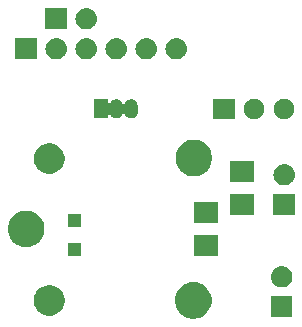
<source format=gbr>
G04 #@! TF.GenerationSoftware,KiCad,Pcbnew,(5.0.1)-rc2*
G04 #@! TF.CreationDate,2018-11-18T17:10:58-07:00*
G04 #@! TF.ProjectId,RPI_zeroW_shield,5250495F7A65726F575F736869656C64,rev?*
G04 #@! TF.SameCoordinates,Original*
G04 #@! TF.FileFunction,Soldermask,Bot*
G04 #@! TF.FilePolarity,Negative*
%FSLAX46Y46*%
G04 Gerber Fmt 4.6, Leading zero omitted, Abs format (unit mm)*
G04 Created by KiCad (PCBNEW (5.0.1)-rc2) date 11/18/2018 5:10:58 PM*
%MOMM*%
%LPD*%
G01*
G04 APERTURE LIST*
%ADD10C,0.100000*%
G04 APERTURE END LIST*
D10*
G36*
X133882527Y-78198736D02*
X133982410Y-78218604D01*
X134264674Y-78335521D01*
X134518705Y-78505259D01*
X134734741Y-78721295D01*
X134904479Y-78975326D01*
X135021396Y-79257590D01*
X135081000Y-79557240D01*
X135081000Y-79862760D01*
X135021396Y-80162410D01*
X134904479Y-80444674D01*
X134734741Y-80698705D01*
X134518705Y-80914741D01*
X134264674Y-81084479D01*
X133982410Y-81201396D01*
X133882527Y-81221264D01*
X133682762Y-81261000D01*
X133377238Y-81261000D01*
X133177473Y-81221264D01*
X133077590Y-81201396D01*
X132795326Y-81084479D01*
X132541295Y-80914741D01*
X132325259Y-80698705D01*
X132155521Y-80444674D01*
X132038604Y-80162410D01*
X131979000Y-79862760D01*
X131979000Y-79557240D01*
X132038604Y-79257590D01*
X132155521Y-78975326D01*
X132325259Y-78721295D01*
X132541295Y-78505259D01*
X132795326Y-78335521D01*
X133077590Y-78218604D01*
X133177473Y-78198736D01*
X133377238Y-78159000D01*
X133682762Y-78159000D01*
X133882527Y-78198736D01*
X133882527Y-78198736D01*
G37*
G36*
X141926001Y-81165000D02*
X140124001Y-81165000D01*
X140124001Y-79363000D01*
X141926001Y-79363000D01*
X141926001Y-81165000D01*
X141926001Y-81165000D01*
G37*
G36*
X121709485Y-78458996D02*
X121709487Y-78458997D01*
X121709488Y-78458997D01*
X121946255Y-78557069D01*
X122159342Y-78699449D01*
X122340551Y-78880658D01*
X122482931Y-79093745D01*
X122581004Y-79330515D01*
X122631000Y-79581861D01*
X122631000Y-79838139D01*
X122581004Y-80089485D01*
X122482931Y-80326255D01*
X122340551Y-80539342D01*
X122159342Y-80720551D01*
X122159339Y-80720553D01*
X121946255Y-80862931D01*
X121709488Y-80961003D01*
X121709487Y-80961003D01*
X121709485Y-80961004D01*
X121458139Y-81011000D01*
X121201861Y-81011000D01*
X120950515Y-80961004D01*
X120950513Y-80961003D01*
X120950512Y-80961003D01*
X120713745Y-80862931D01*
X120500661Y-80720553D01*
X120500658Y-80720551D01*
X120319449Y-80539342D01*
X120177069Y-80326255D01*
X120078996Y-80089485D01*
X120029000Y-79838139D01*
X120029000Y-79581861D01*
X120078996Y-79330515D01*
X120177069Y-79093745D01*
X120319449Y-78880658D01*
X120500658Y-78699449D01*
X120713745Y-78557069D01*
X120950512Y-78458997D01*
X120950513Y-78458997D01*
X120950515Y-78458996D01*
X121201861Y-78409000D01*
X121458139Y-78409000D01*
X121709485Y-78458996D01*
X121709485Y-78458996D01*
G37*
G36*
X141135444Y-76829519D02*
X141201628Y-76836037D01*
X141314854Y-76870384D01*
X141371468Y-76887557D01*
X141510088Y-76961652D01*
X141527992Y-76971222D01*
X141563730Y-77000552D01*
X141665187Y-77083814D01*
X141748449Y-77185271D01*
X141777779Y-77221009D01*
X141777780Y-77221011D01*
X141861444Y-77377533D01*
X141861444Y-77377534D01*
X141912964Y-77547373D01*
X141930360Y-77724000D01*
X141912964Y-77900627D01*
X141878617Y-78013853D01*
X141861444Y-78070467D01*
X141814121Y-78159000D01*
X141777779Y-78226991D01*
X141748449Y-78262729D01*
X141665187Y-78364186D01*
X141563730Y-78447448D01*
X141527992Y-78476778D01*
X141527990Y-78476779D01*
X141371468Y-78560443D01*
X141314854Y-78577616D01*
X141201628Y-78611963D01*
X141135443Y-78618482D01*
X141069261Y-78625000D01*
X140980741Y-78625000D01*
X140914559Y-78618482D01*
X140848374Y-78611963D01*
X140735148Y-78577616D01*
X140678534Y-78560443D01*
X140522012Y-78476779D01*
X140522010Y-78476778D01*
X140486272Y-78447448D01*
X140384815Y-78364186D01*
X140301553Y-78262729D01*
X140272223Y-78226991D01*
X140235881Y-78159000D01*
X140188558Y-78070467D01*
X140171385Y-78013853D01*
X140137038Y-77900627D01*
X140119642Y-77724000D01*
X140137038Y-77547373D01*
X140188558Y-77377534D01*
X140188558Y-77377533D01*
X140272222Y-77221011D01*
X140272223Y-77221009D01*
X140301553Y-77185271D01*
X140384815Y-77083814D01*
X140486272Y-77000552D01*
X140522010Y-76971222D01*
X140539914Y-76961652D01*
X140678534Y-76887557D01*
X140735148Y-76870384D01*
X140848374Y-76836037D01*
X140914558Y-76829519D01*
X140980741Y-76823000D01*
X141069261Y-76823000D01*
X141135444Y-76829519D01*
X141135444Y-76829519D01*
G37*
G36*
X123995000Y-75969000D02*
X122893000Y-75969000D01*
X122893000Y-74867000D01*
X123995000Y-74867000D01*
X123995000Y-75969000D01*
X123995000Y-75969000D01*
G37*
G36*
X135620760Y-75959970D02*
X133619240Y-75959970D01*
X133619240Y-74159110D01*
X135620760Y-74159110D01*
X135620760Y-75959970D01*
X135620760Y-75959970D01*
G37*
G36*
X119732527Y-72148736D02*
X119832410Y-72168604D01*
X120114674Y-72285521D01*
X120368705Y-72455259D01*
X120584741Y-72671295D01*
X120754479Y-72925326D01*
X120871396Y-73207590D01*
X120931000Y-73507240D01*
X120931000Y-73812760D01*
X120871396Y-74112410D01*
X120754479Y-74394674D01*
X120584741Y-74648705D01*
X120368705Y-74864741D01*
X120114674Y-75034479D01*
X119832410Y-75151396D01*
X119732527Y-75171264D01*
X119532762Y-75211000D01*
X119227238Y-75211000D01*
X119027473Y-75171264D01*
X118927590Y-75151396D01*
X118645326Y-75034479D01*
X118391295Y-74864741D01*
X118175259Y-74648705D01*
X118005521Y-74394674D01*
X117888604Y-74112410D01*
X117829000Y-73812760D01*
X117829000Y-73507240D01*
X117888604Y-73207590D01*
X118005521Y-72925326D01*
X118175259Y-72671295D01*
X118391295Y-72455259D01*
X118645326Y-72285521D01*
X118927590Y-72168604D01*
X119027473Y-72148736D01*
X119227238Y-72109000D01*
X119532762Y-72109000D01*
X119732527Y-72148736D01*
X119732527Y-72148736D01*
G37*
G36*
X123995000Y-73469000D02*
X122893000Y-73469000D01*
X122893000Y-72367000D01*
X123995000Y-72367000D01*
X123995000Y-73469000D01*
X123995000Y-73469000D01*
G37*
G36*
X135620760Y-73160890D02*
X133619240Y-73160890D01*
X133619240Y-71360030D01*
X135620760Y-71360030D01*
X135620760Y-73160890D01*
X135620760Y-73160890D01*
G37*
G36*
X142125000Y-72529000D02*
X140323000Y-72529000D01*
X140323000Y-70727000D01*
X142125000Y-70727000D01*
X142125000Y-72529000D01*
X142125000Y-72529000D01*
G37*
G36*
X138668760Y-72528430D02*
X136667240Y-72528430D01*
X136667240Y-70727570D01*
X138668760Y-70727570D01*
X138668760Y-72528430D01*
X138668760Y-72528430D01*
G37*
G36*
X141334443Y-68193519D02*
X141400627Y-68200037D01*
X141513853Y-68234384D01*
X141570467Y-68251557D01*
X141709087Y-68325652D01*
X141726991Y-68335222D01*
X141762729Y-68364552D01*
X141864186Y-68447814D01*
X141939300Y-68539342D01*
X141976778Y-68585009D01*
X141976779Y-68585011D01*
X142060443Y-68741533D01*
X142060443Y-68741534D01*
X142111963Y-68911373D01*
X142129359Y-69088000D01*
X142111963Y-69264627D01*
X142077616Y-69377853D01*
X142060443Y-69434467D01*
X141986348Y-69573087D01*
X141976778Y-69590991D01*
X141947448Y-69626729D01*
X141864186Y-69728186D01*
X141762729Y-69811448D01*
X141726991Y-69840778D01*
X141726989Y-69840779D01*
X141570467Y-69924443D01*
X141513853Y-69941616D01*
X141400627Y-69975963D01*
X141334443Y-69982481D01*
X141268260Y-69989000D01*
X141179740Y-69989000D01*
X141113557Y-69982481D01*
X141047373Y-69975963D01*
X140934147Y-69941616D01*
X140877533Y-69924443D01*
X140721011Y-69840779D01*
X140721009Y-69840778D01*
X140685271Y-69811448D01*
X140583814Y-69728186D01*
X140500552Y-69626729D01*
X140471222Y-69590991D01*
X140461652Y-69573087D01*
X140387557Y-69434467D01*
X140370384Y-69377853D01*
X140336037Y-69264627D01*
X140318641Y-69088000D01*
X140336037Y-68911373D01*
X140387557Y-68741534D01*
X140387557Y-68741533D01*
X140471221Y-68585011D01*
X140471222Y-68585009D01*
X140508700Y-68539342D01*
X140583814Y-68447814D01*
X140685271Y-68364552D01*
X140721009Y-68335222D01*
X140738913Y-68325652D01*
X140877533Y-68251557D01*
X140934147Y-68234384D01*
X141047373Y-68200037D01*
X141113557Y-68193519D01*
X141179740Y-68187000D01*
X141268260Y-68187000D01*
X141334443Y-68193519D01*
X141334443Y-68193519D01*
G37*
G36*
X138668760Y-69729350D02*
X136667240Y-69729350D01*
X136667240Y-67928490D01*
X138668760Y-67928490D01*
X138668760Y-69729350D01*
X138668760Y-69729350D01*
G37*
G36*
X133932527Y-66148736D02*
X134032410Y-66168604D01*
X134314674Y-66285521D01*
X134568705Y-66455259D01*
X134784741Y-66671295D01*
X134954479Y-66925326D01*
X135024240Y-67093745D01*
X135071396Y-67207591D01*
X135131000Y-67507238D01*
X135131000Y-67812762D01*
X135125952Y-67838139D01*
X135071396Y-68112410D01*
X134954479Y-68394674D01*
X134784741Y-68648705D01*
X134568705Y-68864741D01*
X134314674Y-69034479D01*
X134032410Y-69151396D01*
X133932527Y-69171264D01*
X133732762Y-69211000D01*
X133427238Y-69211000D01*
X133227473Y-69171264D01*
X133127590Y-69151396D01*
X132845326Y-69034479D01*
X132591295Y-68864741D01*
X132375259Y-68648705D01*
X132205521Y-68394674D01*
X132088604Y-68112410D01*
X132034048Y-67838139D01*
X132029000Y-67812762D01*
X132029000Y-67507238D01*
X132088604Y-67207591D01*
X132135760Y-67093745D01*
X132205521Y-66925326D01*
X132375259Y-66671295D01*
X132591295Y-66455259D01*
X132845326Y-66285521D01*
X133127590Y-66168604D01*
X133227473Y-66148736D01*
X133427238Y-66109000D01*
X133732762Y-66109000D01*
X133932527Y-66148736D01*
X133932527Y-66148736D01*
G37*
G36*
X121709485Y-66458996D02*
X121709487Y-66458997D01*
X121709488Y-66458997D01*
X121946255Y-66557069D01*
X122159342Y-66699449D01*
X122340551Y-66880658D01*
X122482931Y-67093745D01*
X122530088Y-67207591D01*
X122581004Y-67330515D01*
X122631000Y-67581861D01*
X122631000Y-67838139D01*
X122581004Y-68089485D01*
X122482931Y-68326255D01*
X122340551Y-68539342D01*
X122159342Y-68720551D01*
X122159339Y-68720553D01*
X121946255Y-68862931D01*
X121709488Y-68961003D01*
X121709487Y-68961003D01*
X121709485Y-68961004D01*
X121458139Y-69011000D01*
X121201861Y-69011000D01*
X120950515Y-68961004D01*
X120950513Y-68961003D01*
X120950512Y-68961003D01*
X120713745Y-68862931D01*
X120500661Y-68720553D01*
X120500658Y-68720551D01*
X120319449Y-68539342D01*
X120177069Y-68326255D01*
X120078996Y-68089485D01*
X120029000Y-67838139D01*
X120029000Y-67581861D01*
X120078996Y-67330515D01*
X120129913Y-67207591D01*
X120177069Y-67093745D01*
X120319449Y-66880658D01*
X120500658Y-66699449D01*
X120713745Y-66557069D01*
X120950512Y-66458997D01*
X120950513Y-66458997D01*
X120950515Y-66458996D01*
X121201861Y-66409000D01*
X121458139Y-66409000D01*
X121709485Y-66458996D01*
X121709485Y-66458996D01*
G37*
G36*
X141472228Y-62681703D02*
X141627100Y-62745853D01*
X141766481Y-62838985D01*
X141885015Y-62957519D01*
X141978147Y-63096900D01*
X142042297Y-63251772D01*
X142075000Y-63416184D01*
X142075000Y-63583816D01*
X142042297Y-63748228D01*
X141978147Y-63903100D01*
X141885015Y-64042481D01*
X141766481Y-64161015D01*
X141627100Y-64254147D01*
X141472228Y-64318297D01*
X141307816Y-64351000D01*
X141140184Y-64351000D01*
X140975772Y-64318297D01*
X140820900Y-64254147D01*
X140681519Y-64161015D01*
X140562985Y-64042481D01*
X140469853Y-63903100D01*
X140405703Y-63748228D01*
X140373000Y-63583816D01*
X140373000Y-63416184D01*
X140405703Y-63251772D01*
X140469853Y-63096900D01*
X140562985Y-62957519D01*
X140681519Y-62838985D01*
X140820900Y-62745853D01*
X140975772Y-62681703D01*
X141140184Y-62649000D01*
X141307816Y-62649000D01*
X141472228Y-62681703D01*
X141472228Y-62681703D01*
G37*
G36*
X138932228Y-62681703D02*
X139087100Y-62745853D01*
X139226481Y-62838985D01*
X139345015Y-62957519D01*
X139438147Y-63096900D01*
X139502297Y-63251772D01*
X139535000Y-63416184D01*
X139535000Y-63583816D01*
X139502297Y-63748228D01*
X139438147Y-63903100D01*
X139345015Y-64042481D01*
X139226481Y-64161015D01*
X139087100Y-64254147D01*
X138932228Y-64318297D01*
X138767816Y-64351000D01*
X138600184Y-64351000D01*
X138435772Y-64318297D01*
X138280900Y-64254147D01*
X138141519Y-64161015D01*
X138022985Y-64042481D01*
X137929853Y-63903100D01*
X137865703Y-63748228D01*
X137833000Y-63583816D01*
X137833000Y-63416184D01*
X137865703Y-63251772D01*
X137929853Y-63096900D01*
X138022985Y-62957519D01*
X138141519Y-62838985D01*
X138280900Y-62745853D01*
X138435772Y-62681703D01*
X138600184Y-62649000D01*
X138767816Y-62649000D01*
X138932228Y-62681703D01*
X138932228Y-62681703D01*
G37*
G36*
X137045000Y-64351000D02*
X135243000Y-64351000D01*
X135243000Y-62649000D01*
X137045000Y-62649000D01*
X137045000Y-64351000D01*
X137045000Y-64351000D01*
G37*
G36*
X128382915Y-62707334D02*
X128491491Y-62740271D01*
X128591556Y-62793756D01*
X128679264Y-62865736D01*
X128751244Y-62953443D01*
X128804729Y-63053508D01*
X128837666Y-63162084D01*
X128846000Y-63246702D01*
X128846000Y-63753297D01*
X128837666Y-63837916D01*
X128804729Y-63946492D01*
X128751244Y-64046557D01*
X128679264Y-64134264D01*
X128591557Y-64206244D01*
X128491492Y-64259729D01*
X128382916Y-64292666D01*
X128270000Y-64303787D01*
X128157085Y-64292666D01*
X128048509Y-64259729D01*
X127948444Y-64206244D01*
X127893333Y-64161015D01*
X127860739Y-64134266D01*
X127860737Y-64134264D01*
X127788757Y-64046557D01*
X127745240Y-63965143D01*
X127731627Y-63944768D01*
X127714299Y-63927441D01*
X127693925Y-63913827D01*
X127671286Y-63904450D01*
X127647253Y-63899669D01*
X127622748Y-63899669D01*
X127598715Y-63904449D01*
X127576076Y-63913827D01*
X127555701Y-63927440D01*
X127538374Y-63944768D01*
X127524760Y-63965143D01*
X127481244Y-64046557D01*
X127409264Y-64134264D01*
X127321557Y-64206244D01*
X127221492Y-64259729D01*
X127112916Y-64292666D01*
X127000000Y-64303787D01*
X126887085Y-64292666D01*
X126778509Y-64259729D01*
X126678444Y-64206244D01*
X126590737Y-64134264D01*
X126527626Y-64057364D01*
X126510299Y-64040036D01*
X126489924Y-64026423D01*
X126467285Y-64017045D01*
X126443252Y-64012265D01*
X126418748Y-64012265D01*
X126394714Y-64017046D01*
X126372075Y-64026423D01*
X126351701Y-64040037D01*
X126334373Y-64057364D01*
X126320760Y-64077739D01*
X126311382Y-64100378D01*
X126306000Y-64136663D01*
X126306000Y-64301000D01*
X125154000Y-64301000D01*
X125154000Y-62699000D01*
X126306000Y-62699000D01*
X126306000Y-62863337D01*
X126308402Y-62887723D01*
X126315515Y-62911172D01*
X126327066Y-62932783D01*
X126342612Y-62951725D01*
X126361554Y-62967271D01*
X126383165Y-62978822D01*
X126406614Y-62985935D01*
X126431000Y-62988337D01*
X126455386Y-62985935D01*
X126478835Y-62978822D01*
X126500446Y-62967271D01*
X126527626Y-62942636D01*
X126590734Y-62865739D01*
X126590736Y-62865736D01*
X126678443Y-62793756D01*
X126778508Y-62740271D01*
X126887084Y-62707334D01*
X127000000Y-62696213D01*
X127112915Y-62707334D01*
X127221491Y-62740271D01*
X127321556Y-62793756D01*
X127409264Y-62865736D01*
X127481244Y-62953443D01*
X127524767Y-63034869D01*
X127538373Y-63055232D01*
X127555700Y-63072560D01*
X127576075Y-63086174D01*
X127598713Y-63095551D01*
X127622747Y-63100332D01*
X127647251Y-63100332D01*
X127671285Y-63095552D01*
X127693924Y-63086175D01*
X127714298Y-63072561D01*
X127731626Y-63055234D01*
X127745240Y-63034858D01*
X127788756Y-62953444D01*
X127860734Y-62865739D01*
X127860736Y-62865736D01*
X127948443Y-62793756D01*
X128048508Y-62740271D01*
X128157084Y-62707334D01*
X128270000Y-62696213D01*
X128382915Y-62707334D01*
X128382915Y-62707334D01*
G37*
G36*
X129650443Y-57525519D02*
X129716627Y-57532037D01*
X129829853Y-57566384D01*
X129886467Y-57583557D01*
X130025087Y-57657652D01*
X130042991Y-57667222D01*
X130078729Y-57696552D01*
X130180186Y-57779814D01*
X130263448Y-57881271D01*
X130292778Y-57917009D01*
X130292779Y-57917011D01*
X130376443Y-58073533D01*
X130376443Y-58073534D01*
X130427963Y-58243373D01*
X130445359Y-58420000D01*
X130427963Y-58596627D01*
X130393616Y-58709853D01*
X130376443Y-58766467D01*
X130302348Y-58905087D01*
X130292778Y-58922991D01*
X130263448Y-58958729D01*
X130180186Y-59060186D01*
X130078729Y-59143448D01*
X130042991Y-59172778D01*
X130042989Y-59172779D01*
X129886467Y-59256443D01*
X129829853Y-59273616D01*
X129716627Y-59307963D01*
X129650442Y-59314482D01*
X129584260Y-59321000D01*
X129495740Y-59321000D01*
X129429558Y-59314482D01*
X129363373Y-59307963D01*
X129250147Y-59273616D01*
X129193533Y-59256443D01*
X129037011Y-59172779D01*
X129037009Y-59172778D01*
X129001271Y-59143448D01*
X128899814Y-59060186D01*
X128816552Y-58958729D01*
X128787222Y-58922991D01*
X128777652Y-58905087D01*
X128703557Y-58766467D01*
X128686384Y-58709853D01*
X128652037Y-58596627D01*
X128634641Y-58420000D01*
X128652037Y-58243373D01*
X128703557Y-58073534D01*
X128703557Y-58073533D01*
X128787221Y-57917011D01*
X128787222Y-57917009D01*
X128816552Y-57881271D01*
X128899814Y-57779814D01*
X129001271Y-57696552D01*
X129037009Y-57667222D01*
X129054913Y-57657652D01*
X129193533Y-57583557D01*
X129250147Y-57566384D01*
X129363373Y-57532037D01*
X129429557Y-57525519D01*
X129495740Y-57519000D01*
X129584260Y-57519000D01*
X129650443Y-57525519D01*
X129650443Y-57525519D01*
G37*
G36*
X120281000Y-59321000D02*
X118479000Y-59321000D01*
X118479000Y-57519000D01*
X120281000Y-57519000D01*
X120281000Y-59321000D01*
X120281000Y-59321000D01*
G37*
G36*
X122030443Y-57525519D02*
X122096627Y-57532037D01*
X122209853Y-57566384D01*
X122266467Y-57583557D01*
X122405087Y-57657652D01*
X122422991Y-57667222D01*
X122458729Y-57696552D01*
X122560186Y-57779814D01*
X122643448Y-57881271D01*
X122672778Y-57917009D01*
X122672779Y-57917011D01*
X122756443Y-58073533D01*
X122756443Y-58073534D01*
X122807963Y-58243373D01*
X122825359Y-58420000D01*
X122807963Y-58596627D01*
X122773616Y-58709853D01*
X122756443Y-58766467D01*
X122682348Y-58905087D01*
X122672778Y-58922991D01*
X122643448Y-58958729D01*
X122560186Y-59060186D01*
X122458729Y-59143448D01*
X122422991Y-59172778D01*
X122422989Y-59172779D01*
X122266467Y-59256443D01*
X122209853Y-59273616D01*
X122096627Y-59307963D01*
X122030442Y-59314482D01*
X121964260Y-59321000D01*
X121875740Y-59321000D01*
X121809558Y-59314482D01*
X121743373Y-59307963D01*
X121630147Y-59273616D01*
X121573533Y-59256443D01*
X121417011Y-59172779D01*
X121417009Y-59172778D01*
X121381271Y-59143448D01*
X121279814Y-59060186D01*
X121196552Y-58958729D01*
X121167222Y-58922991D01*
X121157652Y-58905087D01*
X121083557Y-58766467D01*
X121066384Y-58709853D01*
X121032037Y-58596627D01*
X121014641Y-58420000D01*
X121032037Y-58243373D01*
X121083557Y-58073534D01*
X121083557Y-58073533D01*
X121167221Y-57917011D01*
X121167222Y-57917009D01*
X121196552Y-57881271D01*
X121279814Y-57779814D01*
X121381271Y-57696552D01*
X121417009Y-57667222D01*
X121434913Y-57657652D01*
X121573533Y-57583557D01*
X121630147Y-57566384D01*
X121743373Y-57532037D01*
X121809557Y-57525519D01*
X121875740Y-57519000D01*
X121964260Y-57519000D01*
X122030443Y-57525519D01*
X122030443Y-57525519D01*
G37*
G36*
X124570443Y-57525519D02*
X124636627Y-57532037D01*
X124749853Y-57566384D01*
X124806467Y-57583557D01*
X124945087Y-57657652D01*
X124962991Y-57667222D01*
X124998729Y-57696552D01*
X125100186Y-57779814D01*
X125183448Y-57881271D01*
X125212778Y-57917009D01*
X125212779Y-57917011D01*
X125296443Y-58073533D01*
X125296443Y-58073534D01*
X125347963Y-58243373D01*
X125365359Y-58420000D01*
X125347963Y-58596627D01*
X125313616Y-58709853D01*
X125296443Y-58766467D01*
X125222348Y-58905087D01*
X125212778Y-58922991D01*
X125183448Y-58958729D01*
X125100186Y-59060186D01*
X124998729Y-59143448D01*
X124962991Y-59172778D01*
X124962989Y-59172779D01*
X124806467Y-59256443D01*
X124749853Y-59273616D01*
X124636627Y-59307963D01*
X124570442Y-59314482D01*
X124504260Y-59321000D01*
X124415740Y-59321000D01*
X124349558Y-59314482D01*
X124283373Y-59307963D01*
X124170147Y-59273616D01*
X124113533Y-59256443D01*
X123957011Y-59172779D01*
X123957009Y-59172778D01*
X123921271Y-59143448D01*
X123819814Y-59060186D01*
X123736552Y-58958729D01*
X123707222Y-58922991D01*
X123697652Y-58905087D01*
X123623557Y-58766467D01*
X123606384Y-58709853D01*
X123572037Y-58596627D01*
X123554641Y-58420000D01*
X123572037Y-58243373D01*
X123623557Y-58073534D01*
X123623557Y-58073533D01*
X123707221Y-57917011D01*
X123707222Y-57917009D01*
X123736552Y-57881271D01*
X123819814Y-57779814D01*
X123921271Y-57696552D01*
X123957009Y-57667222D01*
X123974913Y-57657652D01*
X124113533Y-57583557D01*
X124170147Y-57566384D01*
X124283373Y-57532037D01*
X124349557Y-57525519D01*
X124415740Y-57519000D01*
X124504260Y-57519000D01*
X124570443Y-57525519D01*
X124570443Y-57525519D01*
G37*
G36*
X127110443Y-57525519D02*
X127176627Y-57532037D01*
X127289853Y-57566384D01*
X127346467Y-57583557D01*
X127485087Y-57657652D01*
X127502991Y-57667222D01*
X127538729Y-57696552D01*
X127640186Y-57779814D01*
X127723448Y-57881271D01*
X127752778Y-57917009D01*
X127752779Y-57917011D01*
X127836443Y-58073533D01*
X127836443Y-58073534D01*
X127887963Y-58243373D01*
X127905359Y-58420000D01*
X127887963Y-58596627D01*
X127853616Y-58709853D01*
X127836443Y-58766467D01*
X127762348Y-58905087D01*
X127752778Y-58922991D01*
X127723448Y-58958729D01*
X127640186Y-59060186D01*
X127538729Y-59143448D01*
X127502991Y-59172778D01*
X127502989Y-59172779D01*
X127346467Y-59256443D01*
X127289853Y-59273616D01*
X127176627Y-59307963D01*
X127110442Y-59314482D01*
X127044260Y-59321000D01*
X126955740Y-59321000D01*
X126889558Y-59314482D01*
X126823373Y-59307963D01*
X126710147Y-59273616D01*
X126653533Y-59256443D01*
X126497011Y-59172779D01*
X126497009Y-59172778D01*
X126461271Y-59143448D01*
X126359814Y-59060186D01*
X126276552Y-58958729D01*
X126247222Y-58922991D01*
X126237652Y-58905087D01*
X126163557Y-58766467D01*
X126146384Y-58709853D01*
X126112037Y-58596627D01*
X126094641Y-58420000D01*
X126112037Y-58243373D01*
X126163557Y-58073534D01*
X126163557Y-58073533D01*
X126247221Y-57917011D01*
X126247222Y-57917009D01*
X126276552Y-57881271D01*
X126359814Y-57779814D01*
X126461271Y-57696552D01*
X126497009Y-57667222D01*
X126514913Y-57657652D01*
X126653533Y-57583557D01*
X126710147Y-57566384D01*
X126823373Y-57532037D01*
X126889557Y-57525519D01*
X126955740Y-57519000D01*
X127044260Y-57519000D01*
X127110443Y-57525519D01*
X127110443Y-57525519D01*
G37*
G36*
X132190443Y-57525519D02*
X132256627Y-57532037D01*
X132369853Y-57566384D01*
X132426467Y-57583557D01*
X132565087Y-57657652D01*
X132582991Y-57667222D01*
X132618729Y-57696552D01*
X132720186Y-57779814D01*
X132803448Y-57881271D01*
X132832778Y-57917009D01*
X132832779Y-57917011D01*
X132916443Y-58073533D01*
X132916443Y-58073534D01*
X132967963Y-58243373D01*
X132985359Y-58420000D01*
X132967963Y-58596627D01*
X132933616Y-58709853D01*
X132916443Y-58766467D01*
X132842348Y-58905087D01*
X132832778Y-58922991D01*
X132803448Y-58958729D01*
X132720186Y-59060186D01*
X132618729Y-59143448D01*
X132582991Y-59172778D01*
X132582989Y-59172779D01*
X132426467Y-59256443D01*
X132369853Y-59273616D01*
X132256627Y-59307963D01*
X132190442Y-59314482D01*
X132124260Y-59321000D01*
X132035740Y-59321000D01*
X131969558Y-59314482D01*
X131903373Y-59307963D01*
X131790147Y-59273616D01*
X131733533Y-59256443D01*
X131577011Y-59172779D01*
X131577009Y-59172778D01*
X131541271Y-59143448D01*
X131439814Y-59060186D01*
X131356552Y-58958729D01*
X131327222Y-58922991D01*
X131317652Y-58905087D01*
X131243557Y-58766467D01*
X131226384Y-58709853D01*
X131192037Y-58596627D01*
X131174641Y-58420000D01*
X131192037Y-58243373D01*
X131243557Y-58073534D01*
X131243557Y-58073533D01*
X131327221Y-57917011D01*
X131327222Y-57917009D01*
X131356552Y-57881271D01*
X131439814Y-57779814D01*
X131541271Y-57696552D01*
X131577009Y-57667222D01*
X131594913Y-57657652D01*
X131733533Y-57583557D01*
X131790147Y-57566384D01*
X131903373Y-57532037D01*
X131969557Y-57525519D01*
X132035740Y-57519000D01*
X132124260Y-57519000D01*
X132190443Y-57525519D01*
X132190443Y-57525519D01*
G37*
G36*
X122821000Y-56781000D02*
X121019000Y-56781000D01*
X121019000Y-54979000D01*
X122821000Y-54979000D01*
X122821000Y-56781000D01*
X122821000Y-56781000D01*
G37*
G36*
X124570443Y-54985519D02*
X124636627Y-54992037D01*
X124749853Y-55026384D01*
X124806467Y-55043557D01*
X124945087Y-55117652D01*
X124962991Y-55127222D01*
X124998729Y-55156552D01*
X125100186Y-55239814D01*
X125183448Y-55341271D01*
X125212778Y-55377009D01*
X125212779Y-55377011D01*
X125296443Y-55533533D01*
X125296443Y-55533534D01*
X125347963Y-55703373D01*
X125365359Y-55880000D01*
X125347963Y-56056627D01*
X125313616Y-56169853D01*
X125296443Y-56226467D01*
X125222348Y-56365087D01*
X125212778Y-56382991D01*
X125183448Y-56418729D01*
X125100186Y-56520186D01*
X124998729Y-56603448D01*
X124962991Y-56632778D01*
X124962989Y-56632779D01*
X124806467Y-56716443D01*
X124749853Y-56733616D01*
X124636627Y-56767963D01*
X124570443Y-56774481D01*
X124504260Y-56781000D01*
X124415740Y-56781000D01*
X124349557Y-56774481D01*
X124283373Y-56767963D01*
X124170147Y-56733616D01*
X124113533Y-56716443D01*
X123957011Y-56632779D01*
X123957009Y-56632778D01*
X123921271Y-56603448D01*
X123819814Y-56520186D01*
X123736552Y-56418729D01*
X123707222Y-56382991D01*
X123697652Y-56365087D01*
X123623557Y-56226467D01*
X123606384Y-56169853D01*
X123572037Y-56056627D01*
X123554641Y-55880000D01*
X123572037Y-55703373D01*
X123623557Y-55533534D01*
X123623557Y-55533533D01*
X123707221Y-55377011D01*
X123707222Y-55377009D01*
X123736552Y-55341271D01*
X123819814Y-55239814D01*
X123921271Y-55156552D01*
X123957009Y-55127222D01*
X123974913Y-55117652D01*
X124113533Y-55043557D01*
X124170147Y-55026384D01*
X124283373Y-54992037D01*
X124349557Y-54985519D01*
X124415740Y-54979000D01*
X124504260Y-54979000D01*
X124570443Y-54985519D01*
X124570443Y-54985519D01*
G37*
M02*

</source>
